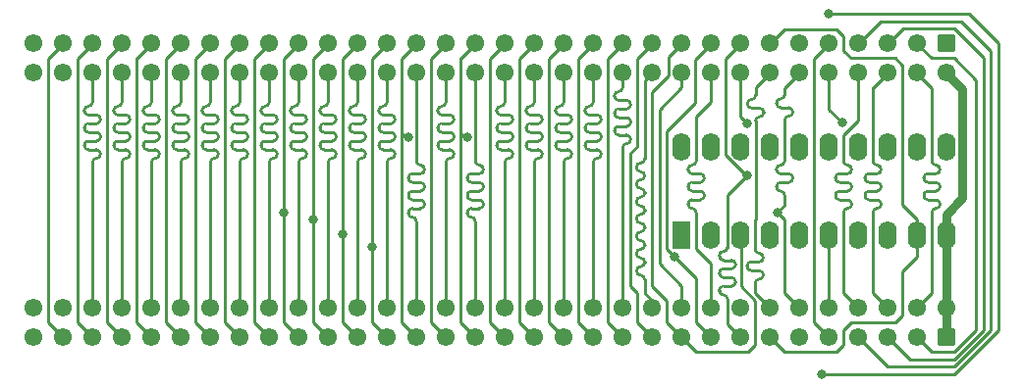
<source format=gbr>
%TF.GenerationSoftware,KiCad,Pcbnew,7.0.9+1*%
%TF.CreationDate,2023-12-26T23:15:28+01:00*%
%TF.ProjectId,qlexternal512kram_MIX,716c6578-7465-4726-9e61-6c3531326b72,0.1*%
%TF.SameCoordinates,Original*%
%TF.FileFunction,Copper,L2,Bot*%
%TF.FilePolarity,Positive*%
%FSLAX46Y46*%
G04 Gerber Fmt 4.6, Leading zero omitted, Abs format (unit mm)*
G04 Created by KiCad (PCBNEW 7.0.9+1) date 2023-12-26 23:15:28*
%MOMM*%
%LPD*%
G01*
G04 APERTURE LIST*
G04 Aperture macros list*
%AMRoundRect*
0 Rectangle with rounded corners*
0 $1 Rounding radius*
0 $2 $3 $4 $5 $6 $7 $8 $9 X,Y pos of 4 corners*
0 Add a 4 corners polygon primitive as box body*
4,1,4,$2,$3,$4,$5,$6,$7,$8,$9,$2,$3,0*
0 Add four circle primitives for the rounded corners*
1,1,$1+$1,$2,$3*
1,1,$1+$1,$4,$5*
1,1,$1+$1,$6,$7*
1,1,$1+$1,$8,$9*
0 Add four rect primitives between the rounded corners*
20,1,$1+$1,$2,$3,$4,$5,0*
20,1,$1+$1,$4,$5,$6,$7,0*
20,1,$1+$1,$6,$7,$8,$9,0*
20,1,$1+$1,$8,$9,$2,$3,0*%
G04 Aperture macros list end*
%TA.AperFunction,ComponentPad*%
%ADD10RoundRect,0.249999X-0.525001X-0.525001X0.525001X-0.525001X0.525001X0.525001X-0.525001X0.525001X0*%
%TD*%
%TA.AperFunction,ComponentPad*%
%ADD11C,1.550000*%
%TD*%
%TA.AperFunction,ComponentPad*%
%ADD12RoundRect,0.249999X0.525001X0.525001X-0.525001X0.525001X-0.525001X-0.525001X0.525001X-0.525001X0*%
%TD*%
%TA.AperFunction,ComponentPad*%
%ADD13R,1.600000X2.400000*%
%TD*%
%TA.AperFunction,ComponentPad*%
%ADD14O,1.600000X2.400000*%
%TD*%
%TA.AperFunction,ViaPad*%
%ADD15C,0.800000*%
%TD*%
%TA.AperFunction,Conductor*%
%ADD16C,0.750000*%
%TD*%
%TA.AperFunction,Conductor*%
%ADD17C,0.250000*%
%TD*%
G04 APERTURE END LIST*
D10*
%TO.P,J2,a1,GND*%
%TO.N,GND*%
X181060000Y-83185000D03*
D11*
%TO.P,J2,a2,D3*%
%TO.N,/D3*%
X178520000Y-83185000D03*
%TO.P,J2,a3,D4*%
%TO.N,/D4*%
X175980000Y-83185000D03*
%TO.P,J2,a4,D5*%
%TO.N,/D5*%
X173440000Y-83185000D03*
%TO.P,J2,a5,D6*%
%TO.N,/D6*%
X170900000Y-83185000D03*
%TO.P,J2,a6,D7*%
%TO.N,/D7*%
X168360000Y-83185000D03*
%TO.P,J2,a7,A19*%
%TO.N,/A19*%
X165820000Y-83185000D03*
%TO.P,J2,a8,A18*%
%TO.N,/A18*%
X163280000Y-83185000D03*
%TO.P,J2,a9,A17*%
%TO.N,/A17*%
X160740000Y-83185000D03*
%TO.P,J2,a10,A16*%
%TO.N,/A16*%
X158200000Y-83185000D03*
%TO.P,J2,a11,CLKCPU*%
%TO.N,/CLKCPU*%
X155660000Y-83185000D03*
%TO.P,J2,a12,RED*%
%TO.N,/RED*%
X153120000Y-83185000D03*
%TO.P,J2,a13,A14*%
%TO.N,/A14*%
X150580000Y-83185000D03*
%TO.P,J2,a14,A13*%
%TO.N,/A13*%
X148040000Y-83185000D03*
%TO.P,J2,a15,A12*%
%TO.N,/A12*%
X145500000Y-83185000D03*
%TO.P,J2,a16,A11*%
%TO.N,/A11*%
X142960000Y-83185000D03*
%TO.P,J2,a17,A10*%
%TO.N,/A10*%
X140420000Y-83185000D03*
%TO.P,J2,a18,A9*%
%TO.N,/A9*%
X137880000Y-83185000D03*
%TO.P,J2,a19,A8*%
%TO.N,/A8*%
X135340000Y-83185000D03*
%TO.P,J2,a20,A7*%
%TO.N,/A7*%
X132800000Y-83185000D03*
%TO.P,J2,a21,A6*%
%TO.N,/A6*%
X130260000Y-83185000D03*
%TO.P,J2,a22,A5*%
%TO.N,/A5*%
X127720000Y-83185000D03*
%TO.P,J2,a23,A4*%
%TO.N,/A4*%
X125180000Y-83185000D03*
%TO.P,J2,a24,A3*%
%TO.N,/A3*%
X122640000Y-83185000D03*
%TO.P,J2,a25,~{DBG}*%
%TO.N,/DBG*%
X120100000Y-83185000D03*
%TO.P,J2,a26,SP2*%
%TO.N,/SP2*%
X117560000Y-83185000D03*
%TO.P,J2,a27,~{DSMC}*%
%TO.N,/DSMC*%
X115020000Y-83185000D03*
%TO.P,J2,a28,SP1*%
%TO.N,/SP1*%
X112480000Y-83185000D03*
%TO.P,J2,a29,SP0*%
%TO.N,/SP0*%
X109940000Y-83185000D03*
%TO.P,J2,a30,+12V*%
%TO.N,/ma12v*%
X107400000Y-83185000D03*
%TO.P,J2,a31,-12V*%
%TO.N,/me12v*%
X104860000Y-83185000D03*
%TO.P,J2,a32,Vin*%
%TO.N,+9V*%
X102320000Y-83185000D03*
%TO.P,J2,b1,GND*%
%TO.N,GND*%
X181060000Y-80645000D03*
%TO.P,J2,b2,D2*%
%TO.N,/D2*%
X178520000Y-80645000D03*
%TO.P,J2,b3,D1*%
%TO.N,/D1*%
X175980000Y-80645000D03*
%TO.P,J2,b4,D0*%
%TO.N,/D0*%
X173440000Y-80645000D03*
%TO.P,J2,b5,~{AS}*%
%TO.N,/AS*%
X170900000Y-80645000D03*
%TO.P,J2,b6,~{DS}*%
%TO.N,/DS*%
X168360000Y-80645000D03*
%TO.P,J2,b7,~{DRW}*%
%TO.N,/RW*%
X165820000Y-80645000D03*
%TO.P,J2,b8,~{DTACK}*%
%TO.N,/DTACK*%
X163280000Y-80645000D03*
%TO.P,J2,b9,~{BG}*%
%TO.N,/BG*%
X160740000Y-80645000D03*
%TO.P,J2,b10,~{BR}*%
%TO.N,/BR*%
X158200000Y-80645000D03*
%TO.P,J2,b11,A15*%
%TO.N,/A15*%
X155660000Y-80645000D03*
%TO.P,J2,b12,~{RESETCPU}*%
%TO.N,/RESET*%
X153120000Y-80645000D03*
%TO.P,J2,b13,~{CSYNC}*%
%TO.N,/CSYNC*%
X150580000Y-80645000D03*
%TO.P,J2,b14,E*%
%TO.N,/E*%
X148040000Y-80645000D03*
%TO.P,J2,b15,VSYNCH*%
%TO.N,/VSYNC*%
X145500000Y-80645000D03*
%TO.P,J2,b16,~{VPA}*%
%TO.N,/VPA*%
X142960000Y-80645000D03*
%TO.P,J2,b17,GREEN*%
%TO.N,/GREEN*%
X140420000Y-80645000D03*
%TO.P,J2,b18,BLUE*%
%TO.N,/BLUE*%
X137880000Y-80645000D03*
%TO.P,J2,b19,FC2*%
%TO.N,/FC2*%
X135340000Y-80645000D03*
%TO.P,J2,b20,FC1*%
%TO.N,/FC1*%
X132800000Y-80645000D03*
%TO.P,J2,b21,FC0*%
%TO.N,/FC0*%
X130260000Y-80645000D03*
%TO.P,J2,b22,A0*%
%TO.N,/A0*%
X127720000Y-80645000D03*
%TO.P,J2,b23,ROMOEH*%
%TO.N,/ROMOE*%
X125180000Y-80645000D03*
%TO.P,J2,b24,A1*%
%TO.N,/A1*%
X122640000Y-80645000D03*
%TO.P,J2,b25,A2*%
%TO.N,/A2*%
X120100000Y-80645000D03*
%TO.P,J2,b26,SP3*%
%TO.N,/SP3*%
X117560000Y-80645000D03*
%TO.P,J2,b27,~{IPLO}*%
%TO.N,/IPL0*%
X115020000Y-80645000D03*
%TO.P,J2,b28,~{BERR}*%
%TO.N,/BERR*%
X112480000Y-80645000D03*
%TO.P,J2,b29,~{IPL1}*%
%TO.N,/IPL1*%
X109940000Y-80645000D03*
%TO.P,J2,b30,~{EXTINT}*%
%TO.N,/EXTINT*%
X107400000Y-80645000D03*
%TO.P,J2,b31,Vin*%
%TO.N,+9V*%
X104860000Y-80645000D03*
%TO.P,J2,b32,Vin*%
X102320000Y-80645000D03*
%TD*%
D12*
%TO.P,J1,a1,GND*%
%TO.N,GND*%
X181070000Y-57785000D03*
D11*
%TO.P,J1,a2,D3*%
%TO.N,/D3*%
X178530000Y-57785000D03*
%TO.P,J1,a3,D4*%
%TO.N,/D4*%
X175990000Y-57785000D03*
%TO.P,J1,a4,D5*%
%TO.N,/D5*%
X173450000Y-57785000D03*
%TO.P,J1,a5,D6*%
%TO.N,/D6*%
X170910000Y-57785000D03*
%TO.P,J1,a6,D7*%
%TO.N,/D7*%
X168370000Y-57785000D03*
%TO.P,J1,a7,A19*%
%TO.N,/A19*%
X165830000Y-57785000D03*
%TO.P,J1,a8,A18*%
%TO.N,/A18*%
X163290000Y-57785000D03*
%TO.P,J1,a9,A17*%
%TO.N,/A17*%
X160750000Y-57785000D03*
%TO.P,J1,a10,A16*%
%TO.N,/A16*%
X158210000Y-57785000D03*
%TO.P,J1,a11,CLKCPU*%
%TO.N,/CLKCPU*%
X155670000Y-57785000D03*
%TO.P,J1,a12,RED*%
%TO.N,/RED*%
X153130000Y-57785000D03*
%TO.P,J1,a13,A14*%
%TO.N,/A14*%
X150590000Y-57785000D03*
%TO.P,J1,a14,A13*%
%TO.N,/A13*%
X148050000Y-57785000D03*
%TO.P,J1,a15,A12*%
%TO.N,/A12*%
X145510000Y-57785000D03*
%TO.P,J1,a16,A11*%
%TO.N,/A11*%
X142970000Y-57785000D03*
%TO.P,J1,a17,A10*%
%TO.N,/A10*%
X140430000Y-57785000D03*
%TO.P,J1,a18,A9*%
%TO.N,/A9*%
X137890000Y-57785000D03*
%TO.P,J1,a19,A8*%
%TO.N,/A8*%
X135350000Y-57785000D03*
%TO.P,J1,a20,A7*%
%TO.N,/A7*%
X132810000Y-57785000D03*
%TO.P,J1,a21,A6*%
%TO.N,/A6*%
X130270000Y-57785000D03*
%TO.P,J1,a22,A5*%
%TO.N,/A5*%
X127730000Y-57785000D03*
%TO.P,J1,a23,A4*%
%TO.N,/A4*%
X125190000Y-57785000D03*
%TO.P,J1,a24,A3*%
%TO.N,/A3*%
X122650000Y-57785000D03*
%TO.P,J1,a25,~{DBG}*%
%TO.N,/DBG*%
X120110000Y-57785000D03*
%TO.P,J1,a26,SP2*%
%TO.N,/SP2*%
X117570000Y-57785000D03*
%TO.P,J1,a27,~{DSMC}*%
%TO.N,/DSMC*%
X115030000Y-57785000D03*
%TO.P,J1,a28,SP1*%
%TO.N,/SP1*%
X112490000Y-57785000D03*
%TO.P,J1,a29,SP0*%
%TO.N,/SP0*%
X109950000Y-57785000D03*
%TO.P,J1,a30,+12V*%
%TO.N,/ma12v*%
X107410000Y-57785000D03*
%TO.P,J1,a31,-12V*%
%TO.N,/me12v*%
X104870000Y-57785000D03*
%TO.P,J1,a32,Vin*%
%TO.N,+9V*%
X102330000Y-57785000D03*
%TO.P,J1,b1,GND*%
%TO.N,GND*%
X181070000Y-60325000D03*
%TO.P,J1,b2,D2*%
%TO.N,/D2*%
X178530000Y-60325000D03*
%TO.P,J1,b3,D1*%
%TO.N,/D1*%
X175990000Y-60325000D03*
%TO.P,J1,b4,D0*%
%TO.N,/D0*%
X173450000Y-60325000D03*
%TO.P,J1,b5,~{AS}*%
%TO.N,/AS*%
X170910000Y-60325000D03*
%TO.P,J1,b6,~{DS}*%
%TO.N,/DS*%
X168370000Y-60325000D03*
%TO.P,J1,b7,~{DRW}*%
%TO.N,/RW*%
X165830000Y-60325000D03*
%TO.P,J1,b8,~{DTACK}*%
%TO.N,/DTACK*%
X163290000Y-60325000D03*
%TO.P,J1,b9,~{BG}*%
%TO.N,/BG*%
X160750000Y-60325000D03*
%TO.P,J1,b10,~{BR}*%
%TO.N,/BR*%
X158210000Y-60325000D03*
%TO.P,J1,b11,A15*%
%TO.N,/A15*%
X155670000Y-60325000D03*
%TO.P,J1,b12,~{RESETCPU}*%
%TO.N,/RESET*%
X153130000Y-60325000D03*
%TO.P,J1,b13,~{CSYNC}*%
%TO.N,/CSYNC*%
X150590000Y-60325000D03*
%TO.P,J1,b14,E*%
%TO.N,/E*%
X148050000Y-60325000D03*
%TO.P,J1,b15,VSYNCH*%
%TO.N,/VSYNC*%
X145510000Y-60325000D03*
%TO.P,J1,b16,~{VPA}*%
%TO.N,/VPA*%
X142970000Y-60325000D03*
%TO.P,J1,b17,GREEN*%
%TO.N,/GREEN*%
X140430000Y-60325000D03*
%TO.P,J1,b18,BLUE*%
%TO.N,/BLUE*%
X137890000Y-60325000D03*
%TO.P,J1,b19,FC2*%
%TO.N,/FC2*%
X135350000Y-60325000D03*
%TO.P,J1,b20,FC1*%
%TO.N,/FC1*%
X132810000Y-60325000D03*
%TO.P,J1,b21,FC0*%
%TO.N,/FC0*%
X130270000Y-60325000D03*
%TO.P,J1,b22,A0*%
%TO.N,/A0*%
X127730000Y-60325000D03*
%TO.P,J1,b23,ROMOEH*%
%TO.N,/ROMOE*%
X125190000Y-60325000D03*
%TO.P,J1,b24,A1*%
%TO.N,/A1*%
X122650000Y-60325000D03*
%TO.P,J1,b25,A2*%
%TO.N,/A2*%
X120110000Y-60325000D03*
%TO.P,J1,b26,SP3*%
%TO.N,/SP3*%
X117570000Y-60325000D03*
%TO.P,J1,b27,~{IPLO}*%
%TO.N,/IPL0*%
X115030000Y-60325000D03*
%TO.P,J1,b28,~{BERR}*%
%TO.N,/BERR*%
X112490000Y-60325000D03*
%TO.P,J1,b29,~{IPL1}*%
%TO.N,/IPL1*%
X109950000Y-60325000D03*
%TO.P,J1,b30,~{EXTINT}*%
%TO.N,/EXTINT*%
X107410000Y-60325000D03*
%TO.P,J1,b31,Vin*%
%TO.N,+9V*%
X104870000Y-60325000D03*
%TO.P,J1,b32,Vin*%
X102330000Y-60325000D03*
%TD*%
D13*
%TO.P,U2,1,I1/CLK*%
%TO.N,/DS*%
X158215000Y-74310000D03*
D14*
%TO.P,U2,2,I2*%
%TO.N,/A17*%
X160755000Y-74310000D03*
%TO.P,U2,3,I3*%
%TO.N,/A16*%
X163295000Y-74310000D03*
%TO.P,U2,4,I4*%
%TO.N,unconnected-(U2-I4-Pad4)*%
X165835000Y-74310000D03*
%TO.P,U2,5,I5*%
%TO.N,unconnected-(U2-I5-Pad5)*%
X168375000Y-74310000D03*
%TO.P,U2,6,I6*%
%TO.N,/AS*%
X170915000Y-74310000D03*
%TO.P,U2,7,I7*%
%TO.N,Net-(JP1-B)*%
X173455000Y-74310000D03*
%TO.P,U2,8,I8*%
%TO.N,Net-(JP2-B)*%
X175995000Y-74310000D03*
%TO.P,U2,9,I9*%
%TO.N,/A19*%
X178535000Y-74310000D03*
%TO.P,U2,10,GND*%
%TO.N,GND*%
X181075000Y-74310000D03*
%TO.P,U2,11,I10/~{OE}*%
%TO.N,/A18*%
X181075000Y-66690000D03*
%TO.P,U2,12,IO8*%
%TO.N,unconnected-(U2-IO8-Pad12)*%
X178535000Y-66690000D03*
%TO.P,U2,13,IO7*%
%TO.N,unconnected-(U2-IO7-Pad13)*%
X175995000Y-66690000D03*
%TO.P,U2,14,IO6*%
%TO.N,/DTACK*%
X173455000Y-66690000D03*
%TO.P,U2,15,IO5*%
%TO.N,unconnected-(U2-IO5-Pad15)*%
X170915000Y-66690000D03*
%TO.P,U2,16,IO4*%
%TO.N,/DSMC*%
X168375000Y-66690000D03*
%TO.P,U2,17,I03*%
%TO.N,unconnected-(U2-I03-Pad17)*%
X165835000Y-66690000D03*
%TO.P,U2,18,IO2*%
%TO.N,/RAM_OE*%
X163295000Y-66690000D03*
%TO.P,U2,19,IO1*%
%TO.N,/RAM_CE*%
X160755000Y-66690000D03*
%TO.P,U2,20,VCC*%
%TO.N,VCC*%
X158215000Y-66690000D03*
%TD*%
D15*
%TO.N,/A4*%
X123920000Y-72390000D03*
%TO.N,/A5*%
X126460000Y-73025000D03*
%TO.N,/A6*%
X129000000Y-74295000D03*
%TO.N,/A7*%
X131540000Y-75390400D03*
%TO.N,/A8*%
X134625500Y-65913000D03*
%TO.N,/A10*%
X139705500Y-65913000D03*
%TO.N,/D7*%
X170275000Y-86360000D03*
X170910000Y-55245000D03*
%TO.N,/A17*%
X157575000Y-76200000D03*
%TO.N,/A18*%
X163876200Y-69187500D03*
%TO.N,/DS*%
X166465000Y-72390000D03*
%TO.N,/AS*%
X172053400Y-64643000D03*
%TO.N,/DTACK*%
X163863300Y-64664400D03*
%TD*%
D16*
%TO.N,GND*%
X181075000Y-80640000D02*
X181070000Y-80645000D01*
X181075000Y-74310000D02*
X181075000Y-72534700D01*
X181070000Y-80645000D02*
X181070000Y-83185000D01*
X182450500Y-61740500D02*
X181070000Y-60360000D01*
X181075000Y-74310000D02*
X181075000Y-80640000D01*
X182450500Y-71159200D02*
X182450500Y-61740500D01*
X181075000Y-72534700D02*
X182450500Y-71159200D01*
D17*
%TO.N,/A3*%
X121380000Y-81915000D02*
X122650000Y-83185000D01*
X121380000Y-59090000D02*
X121380000Y-81915000D01*
X122650000Y-57820000D02*
X121380000Y-59090000D01*
%TO.N,/A4*%
X123920000Y-72390000D02*
X123920000Y-59090000D01*
X123920000Y-72390000D02*
X123920000Y-81915000D01*
X123920000Y-81915000D02*
X125190000Y-83185000D01*
X123920000Y-59090000D02*
X125190000Y-57820000D01*
%TO.N,/A5*%
X126460000Y-59090000D02*
X127730000Y-57820000D01*
X126460000Y-81915000D02*
X127730000Y-83185000D01*
X126460000Y-81915000D02*
X126460000Y-59090000D01*
%TO.N,/A6*%
X129000000Y-81915000D02*
X130270000Y-83185000D01*
X129000000Y-59090000D02*
X130270000Y-57820000D01*
X129000000Y-74295000D02*
X129000000Y-59090000D01*
X129000000Y-74295000D02*
X129000000Y-81915000D01*
%TO.N,/A7*%
X131540000Y-75390400D02*
X131540000Y-81915000D01*
X131540000Y-81915000D02*
X132810000Y-83185000D01*
X131540000Y-75390400D02*
X131540000Y-59090000D01*
X131540000Y-59090000D02*
X132810000Y-57820000D01*
%TO.N,/A8*%
X135350000Y-83185000D02*
X134080000Y-81915000D01*
X134080000Y-81915000D02*
X134080000Y-65579000D01*
X134080000Y-59090000D02*
X134080000Y-65579000D01*
X135350000Y-57820000D02*
X134080000Y-59090000D01*
X134625500Y-65913000D02*
X134414000Y-65913000D01*
X134414000Y-65913000D02*
X134080000Y-65579000D01*
%TO.N,/A9*%
X136620000Y-81915000D02*
X136620000Y-59090000D01*
X136620000Y-59090000D02*
X137890000Y-57820000D01*
X137890000Y-83185000D02*
X136620000Y-81915000D01*
%TO.N,/A10*%
X139160000Y-59055000D02*
X139160000Y-81915000D01*
X140430000Y-57820000D02*
X139195000Y-59055000D01*
X139195000Y-59055000D02*
X139160000Y-59055000D01*
X139705500Y-65913000D02*
X139541000Y-65913000D01*
X139541000Y-65913000D02*
X139160000Y-65532000D01*
X139160000Y-81915000D02*
X140430000Y-83185000D01*
%TO.N,/A11*%
X141700000Y-59090000D02*
X142970000Y-57820000D01*
X142970000Y-83185000D02*
X141700000Y-81915000D01*
X141700000Y-81915000D02*
X141700000Y-59090000D01*
%TO.N,/A12*%
X144240000Y-59090000D02*
X145510000Y-57820000D01*
X144240000Y-81915000D02*
X144240000Y-59090000D01*
X145510000Y-83185000D02*
X144240000Y-81915000D01*
%TO.N,/D7*%
X185515000Y-82550000D02*
X181705000Y-86360000D01*
X185515000Y-57785000D02*
X185515000Y-82550000D01*
X170910000Y-55245000D02*
X182975000Y-55245000D01*
X181705000Y-86360000D02*
X170275000Y-86360000D01*
X182975000Y-55245000D02*
X185515000Y-57785000D01*
%TO.N,/D6*%
X169640000Y-59090000D02*
X169640000Y-81915000D01*
X169640000Y-81915000D02*
X170910000Y-83185000D01*
X170910000Y-57820000D02*
X169640000Y-59090000D01*
%TO.N,/D5*%
X175990000Y-85725000D02*
X173450000Y-83185000D01*
X181704282Y-85725000D02*
X175990000Y-85725000D01*
X184880000Y-82549282D02*
X181704282Y-85725000D01*
X175390000Y-55880000D02*
X182340000Y-55880000D01*
X184880000Y-58420000D02*
X182340000Y-55880000D01*
X184880000Y-58420000D02*
X184880000Y-82549282D01*
X173450000Y-57820000D02*
X175390000Y-55880000D01*
%TO.N,/D4*%
X181705000Y-56515000D02*
X177295000Y-56515000D01*
X184245000Y-82548564D02*
X184245000Y-59055000D01*
X175990000Y-83185000D02*
X177895000Y-85090000D01*
X184245000Y-59055000D02*
X181705000Y-56515000D01*
X181703564Y-85090000D02*
X184245000Y-82548564D01*
X177895000Y-85090000D02*
X181703564Y-85090000D01*
X177295000Y-56515000D02*
X175990000Y-57820000D01*
%TO.N,/D3*%
X179800000Y-84455000D02*
X181702846Y-84455000D01*
X179765000Y-59055000D02*
X178530000Y-57820000D01*
X183610000Y-82547846D02*
X183610000Y-60960000D01*
X181702846Y-84455000D02*
X183610000Y-82547846D01*
X181705000Y-59055000D02*
X179765000Y-59055000D01*
X183610000Y-60960000D02*
X181705000Y-59055000D01*
X178530000Y-83185000D02*
X179800000Y-84455000D01*
%TO.N,/A2*%
X120810000Y-64315000D02*
X120810000Y-64365000D01*
X119760000Y-63965000D02*
X120460000Y-63965000D01*
X119760000Y-65465000D02*
X120460000Y-65465000D01*
X120110000Y-60360000D02*
X120110000Y-62865000D01*
X119410000Y-66565000D02*
X119410000Y-66615000D01*
X119760000Y-66965000D02*
X120460000Y-66965000D01*
X120810000Y-67315000D02*
X120810000Y-67365000D01*
X119760000Y-64715000D02*
X120460000Y-64715000D01*
X120110000Y-68065000D02*
X120110000Y-80645000D01*
X119410000Y-63565000D02*
X119410000Y-63615000D01*
X119410000Y-65065000D02*
X119410000Y-65115000D01*
X120810000Y-65815000D02*
X120810000Y-65865000D01*
X119760000Y-66215000D02*
X120460000Y-66215000D01*
X119760000Y-66215000D02*
G75*
G03*
X119410000Y-66565000I0J-350000D01*
G01*
X119760000Y-64715000D02*
G75*
G03*
X119410000Y-65065000I0J-350000D01*
G01*
X120810000Y-65815000D02*
G75*
G03*
X120460000Y-65465000I-350000J0D01*
G01*
X119410000Y-63615000D02*
G75*
G03*
X119760000Y-63965000I350000J0D01*
G01*
X119410000Y-65115000D02*
G75*
G03*
X119760000Y-65465000I350000J0D01*
G01*
X120460000Y-67715000D02*
G75*
G03*
X120110000Y-68065000I0J-350000D01*
G01*
X120810000Y-67315000D02*
G75*
G03*
X120460000Y-66965000I-350000J0D01*
G01*
X120460000Y-67715000D02*
G75*
G03*
X120810000Y-67365000I0J350000D01*
G01*
X120460000Y-66215000D02*
G75*
G03*
X120810000Y-65865000I0J350000D01*
G01*
X119760000Y-63215000D02*
G75*
G03*
X120110000Y-62865000I0J350000D01*
G01*
X119410000Y-66615000D02*
G75*
G03*
X119760000Y-66965000I350000J0D01*
G01*
X120460000Y-64715000D02*
G75*
G03*
X120810000Y-64365000I0J350000D01*
G01*
X120810000Y-64315000D02*
G75*
G03*
X120460000Y-63965000I-350000J0D01*
G01*
X119760000Y-63215000D02*
G75*
G03*
X119410000Y-63565000I0J-350000D01*
G01*
%TO.N,/A1*%
X123350000Y-64315000D02*
X123350000Y-64365000D01*
X123350000Y-67315000D02*
X123350000Y-67365000D01*
X122650000Y-68065000D02*
X122650000Y-80645000D01*
X123350000Y-65815000D02*
X123350000Y-65865000D01*
X122300000Y-63965000D02*
X123000000Y-63965000D01*
X121950000Y-66565000D02*
X121950000Y-66615000D01*
X122300000Y-65465000D02*
X123000000Y-65465000D01*
X122300000Y-66215000D02*
X123000000Y-66215000D01*
X122650000Y-60360000D02*
X122650000Y-62865000D01*
X122300000Y-64715000D02*
X123000000Y-64715000D01*
X122300000Y-66965000D02*
X123000000Y-66965000D01*
X121950000Y-65065000D02*
X121950000Y-65115000D01*
X121950000Y-63565000D02*
X121950000Y-63615000D01*
X122300000Y-63215000D02*
G75*
G03*
X122650000Y-62865000I0J350000D01*
G01*
X122300000Y-64715000D02*
G75*
G03*
X121950000Y-65065000I0J-350000D01*
G01*
X123000000Y-64715000D02*
G75*
G03*
X123350000Y-64365000I0J350000D01*
G01*
X121950000Y-65115000D02*
G75*
G03*
X122300000Y-65465000I350000J0D01*
G01*
X123000000Y-67715000D02*
G75*
G03*
X123350000Y-67365000I0J350000D01*
G01*
X123350000Y-64315000D02*
G75*
G03*
X123000000Y-63965000I-350000J0D01*
G01*
X121950000Y-66615000D02*
G75*
G03*
X122300000Y-66965000I350000J0D01*
G01*
X121950000Y-63615000D02*
G75*
G03*
X122300000Y-63965000I350000J0D01*
G01*
X123000000Y-66215000D02*
G75*
G03*
X123350000Y-65865000I0J350000D01*
G01*
X123350000Y-67315000D02*
G75*
G03*
X123000000Y-66965000I-350000J0D01*
G01*
X123000000Y-67715000D02*
G75*
G03*
X122650000Y-68065000I0J-350000D01*
G01*
X123350000Y-65815000D02*
G75*
G03*
X123000000Y-65465000I-350000J0D01*
G01*
X122300000Y-63215000D02*
G75*
G03*
X121950000Y-63565000I0J-350000D01*
G01*
X122300000Y-66215000D02*
G75*
G03*
X121950000Y-66565000I0J-350000D01*
G01*
%TO.N,/A0*%
X127380000Y-64715000D02*
X128080000Y-64715000D01*
X127030000Y-63565000D02*
X127030000Y-63615000D01*
X127730000Y-68065000D02*
X127730000Y-80645000D01*
X128430000Y-65815000D02*
X128430000Y-65865000D01*
X127380000Y-65465000D02*
X128080000Y-65465000D01*
X128430000Y-64315000D02*
X128430000Y-64365000D01*
X128430000Y-67315000D02*
X128430000Y-67365000D01*
X127730000Y-60360000D02*
X127730000Y-62865000D01*
X127380000Y-66215000D02*
X128080000Y-66215000D01*
X127380000Y-63965000D02*
X128080000Y-63965000D01*
X127030000Y-65065000D02*
X127030000Y-65115000D01*
X127380000Y-66965000D02*
X128080000Y-66965000D01*
X127030000Y-66565000D02*
X127030000Y-66615000D01*
X128080000Y-66215000D02*
G75*
G03*
X128430000Y-65865000I0J350000D01*
G01*
X128080000Y-67715000D02*
G75*
G03*
X127730000Y-68065000I0J-350000D01*
G01*
X128080000Y-67715000D02*
G75*
G03*
X128430000Y-67365000I0J350000D01*
G01*
X128430000Y-65815000D02*
G75*
G03*
X128080000Y-65465000I-350000J0D01*
G01*
X127380000Y-63215000D02*
G75*
G03*
X127030000Y-63565000I0J-350000D01*
G01*
X127030000Y-66615000D02*
G75*
G03*
X127380000Y-66965000I350000J0D01*
G01*
X128430000Y-64315000D02*
G75*
G03*
X128080000Y-63965000I-350000J0D01*
G01*
X127030000Y-65115000D02*
G75*
G03*
X127380000Y-65465000I350000J0D01*
G01*
X127380000Y-66215000D02*
G75*
G03*
X127030000Y-66565000I0J-350000D01*
G01*
X128080000Y-64715000D02*
G75*
G03*
X128430000Y-64365000I0J350000D01*
G01*
X128430000Y-67315000D02*
G75*
G03*
X128080000Y-66965000I-350000J0D01*
G01*
X127380000Y-63215000D02*
G75*
G03*
X127730000Y-62865000I0J350000D01*
G01*
X127030000Y-63615000D02*
G75*
G03*
X127380000Y-63965000I350000J0D01*
G01*
X127380000Y-64715000D02*
G75*
G03*
X127030000Y-65065000I0J-350000D01*
G01*
%TO.N,/RW*%
X165300711Y-63720711D02*
X165300711Y-63770711D01*
X164560000Y-79375000D02*
X165830000Y-80645000D01*
X164210000Y-77415000D02*
X164910000Y-77415000D01*
X164210000Y-76665000D02*
X164910000Y-76665000D01*
X164600711Y-72984289D02*
X164560000Y-73025000D01*
X164250711Y-63370711D02*
X164950711Y-63370711D01*
X164560000Y-78515000D02*
X164560000Y-79375000D01*
X164560000Y-73025000D02*
X164560000Y-75565000D01*
X165260000Y-77765000D02*
X165260000Y-77815000D01*
X164600711Y-61589289D02*
X164600711Y-62270711D01*
X165260000Y-76265000D02*
X165260000Y-76315000D01*
X164600711Y-64470711D02*
X164600711Y-72984289D01*
X163900711Y-62970711D02*
X163900711Y-63020711D01*
X165830000Y-60360000D02*
X164600711Y-61589289D01*
X163860000Y-77015000D02*
X163860000Y-77065000D01*
X164250711Y-62620711D02*
G75*
G03*
X163900711Y-62970711I-11J-349989D01*
G01*
X164910000Y-76665000D02*
G75*
G03*
X165260000Y-76315000I0J350000D01*
G01*
X164210000Y-76665000D02*
G75*
G03*
X163860000Y-77015000I0J-350000D01*
G01*
X165300689Y-63720711D02*
G75*
G03*
X164950711Y-63370711I-349989J11D01*
G01*
X164250711Y-62620711D02*
G75*
G03*
X164600711Y-62270711I-11J350011D01*
G01*
X165260000Y-77765000D02*
G75*
G03*
X164910000Y-77415000I-350000J0D01*
G01*
X164950711Y-64120711D02*
G75*
G03*
X165300711Y-63770711I-11J350011D01*
G01*
X163860000Y-77065000D02*
G75*
G03*
X164210000Y-77415000I350000J0D01*
G01*
X163900689Y-63020711D02*
G75*
G03*
X164250711Y-63370711I350011J11D01*
G01*
X164950711Y-64120711D02*
G75*
G03*
X164600711Y-64470711I-11J-349989D01*
G01*
X165260000Y-76265000D02*
G75*
G03*
X164910000Y-75915000I-350000J0D01*
G01*
X164910000Y-78165000D02*
G75*
G03*
X164560000Y-78515000I0J-350000D01*
G01*
X164910000Y-78165000D02*
G75*
G03*
X165260000Y-77815000I0J350000D01*
G01*
X164560000Y-75565000D02*
G75*
G03*
X164910000Y-75915000I350000J0D01*
G01*
%TO.N,/D0*%
X172880000Y-71645000D02*
X172880000Y-71695000D01*
X172880000Y-70145000D02*
X172880000Y-70195000D01*
X173450000Y-64462100D02*
X172180000Y-65732100D01*
X172180000Y-72395000D02*
X172180000Y-79375000D01*
X171480000Y-69395000D02*
X171480000Y-69445000D01*
X172880000Y-68645000D02*
X172880000Y-68695000D01*
X171830000Y-70545000D02*
X172530000Y-70545000D01*
X173450000Y-60360000D02*
X173450000Y-64462100D01*
X171830000Y-69045000D02*
X172530000Y-69045000D01*
X171480000Y-70895000D02*
X171480000Y-70945000D01*
X172180000Y-65732100D02*
X172180000Y-67945000D01*
X171830000Y-69795000D02*
X172530000Y-69795000D01*
X172180000Y-79375000D02*
X173450000Y-80645000D01*
X171830000Y-71295000D02*
X172530000Y-71295000D01*
X171480000Y-70945000D02*
G75*
G03*
X171830000Y-71295000I350000J0D01*
G01*
X172180000Y-67945000D02*
G75*
G03*
X172530000Y-68295000I350000J0D01*
G01*
X172880000Y-70145000D02*
G75*
G03*
X172530000Y-69795000I-350000J0D01*
G01*
X172530000Y-72045000D02*
G75*
G03*
X172180000Y-72395000I0J-350000D01*
G01*
X172880000Y-71645000D02*
G75*
G03*
X172530000Y-71295000I-350000J0D01*
G01*
X171830000Y-70545000D02*
G75*
G03*
X171480000Y-70895000I0J-350000D01*
G01*
X172880000Y-68645000D02*
G75*
G03*
X172530000Y-68295000I-350000J0D01*
G01*
X171480000Y-69445000D02*
G75*
G03*
X171830000Y-69795000I350000J0D01*
G01*
X171830000Y-69045000D02*
G75*
G03*
X171480000Y-69395000I0J-350000D01*
G01*
X172530000Y-69045000D02*
G75*
G03*
X172880000Y-68695000I0J350000D01*
G01*
X172530000Y-72045000D02*
G75*
G03*
X172880000Y-71695000I0J350000D01*
G01*
X172530000Y-70545000D02*
G75*
G03*
X172880000Y-70195000I0J350000D01*
G01*
%TO.N,/D1*%
X175420000Y-71645000D02*
X175420000Y-71695000D01*
X174020000Y-69395000D02*
X174020000Y-69445000D01*
X174720000Y-79375000D02*
X175990000Y-80645000D01*
X174370000Y-69045000D02*
X175070000Y-69045000D01*
X175420000Y-70145000D02*
X175420000Y-70195000D01*
X174020000Y-70895000D02*
X174020000Y-70945000D01*
X175420000Y-68645000D02*
X175420000Y-68695000D01*
X175990000Y-60360000D02*
X174755000Y-61595000D01*
X174370000Y-70545000D02*
X175070000Y-70545000D01*
X174370000Y-71295000D02*
X175070000Y-71295000D01*
X174755000Y-61595000D02*
X174720000Y-61595000D01*
X174720000Y-61595000D02*
X174720000Y-67945000D01*
X174370000Y-69795000D02*
X175070000Y-69795000D01*
X174720000Y-72395000D02*
X174720000Y-79375000D01*
X175070000Y-70545000D02*
G75*
G03*
X175420000Y-70195000I0J350000D01*
G01*
X175070000Y-72045000D02*
G75*
G03*
X175420000Y-71695000I0J350000D01*
G01*
X175420000Y-70145000D02*
G75*
G03*
X175070000Y-69795000I-350000J0D01*
G01*
X174020000Y-69445000D02*
G75*
G03*
X174370000Y-69795000I350000J0D01*
G01*
X175420000Y-68645000D02*
G75*
G03*
X175070000Y-68295000I-350000J0D01*
G01*
X174370000Y-69045000D02*
G75*
G03*
X174020000Y-69395000I0J-350000D01*
G01*
X175070000Y-69045000D02*
G75*
G03*
X175420000Y-68695000I0J350000D01*
G01*
X174720000Y-67945000D02*
G75*
G03*
X175070000Y-68295000I350000J0D01*
G01*
X175070000Y-72045000D02*
G75*
G03*
X174720000Y-72395000I0J-350000D01*
G01*
X174370000Y-70545000D02*
G75*
G03*
X174020000Y-70895000I0J-350000D01*
G01*
X174020000Y-70945000D02*
G75*
G03*
X174370000Y-71295000I350000J0D01*
G01*
X175420000Y-71645000D02*
G75*
G03*
X175070000Y-71295000I-350000J0D01*
G01*
%TO.N,/D2*%
X179450000Y-70545000D02*
X180150000Y-70545000D01*
X179100000Y-70895000D02*
X179100000Y-70945000D01*
X179450000Y-69045000D02*
X180150000Y-69045000D01*
X178530000Y-60360000D02*
X179800000Y-61630000D01*
X179450000Y-71295000D02*
X180150000Y-71295000D01*
X179800000Y-72395000D02*
X179800000Y-79375000D01*
X179100000Y-69395000D02*
X179100000Y-69445000D01*
X179800000Y-61630000D02*
X179800000Y-67945000D01*
X180500000Y-70145000D02*
X180500000Y-70195000D01*
X180500000Y-68645000D02*
X180500000Y-68695000D01*
X179800000Y-79375000D02*
X178530000Y-80645000D01*
X179450000Y-69795000D02*
X180150000Y-69795000D01*
X180500000Y-71645000D02*
X180500000Y-71695000D01*
X179450000Y-69045000D02*
G75*
G03*
X179100000Y-69395000I0J-350000D01*
G01*
X180150000Y-72045000D02*
G75*
G03*
X179800000Y-72395000I0J-350000D01*
G01*
X179100000Y-70945000D02*
G75*
G03*
X179450000Y-71295000I350000J0D01*
G01*
X180500000Y-68645000D02*
G75*
G03*
X180150000Y-68295000I-350000J0D01*
G01*
X179100000Y-69445000D02*
G75*
G03*
X179450000Y-69795000I350000J0D01*
G01*
X180150000Y-69045000D02*
G75*
G03*
X180500000Y-68695000I0J350000D01*
G01*
X180500000Y-70145000D02*
G75*
G03*
X180150000Y-69795000I-350000J0D01*
G01*
X179450000Y-70545000D02*
G75*
G03*
X179100000Y-70895000I0J-350000D01*
G01*
X180500000Y-71645000D02*
G75*
G03*
X180150000Y-71295000I-350000J0D01*
G01*
X180150000Y-70545000D02*
G75*
G03*
X180500000Y-70195000I0J350000D01*
G01*
X180150000Y-72045000D02*
G75*
G03*
X180500000Y-71695000I0J350000D01*
G01*
X179800000Y-67945000D02*
G75*
G03*
X180150000Y-68295000I350000J0D01*
G01*
%TO.N,/SP0*%
X109950000Y-57820000D02*
X108680000Y-59090000D01*
X108680000Y-59090000D02*
X108680000Y-81915000D01*
X108680000Y-81915000D02*
X109950000Y-83185000D01*
%TO.N,/SP1*%
X112490000Y-57820000D02*
X111255000Y-59055000D01*
X111220000Y-59055000D02*
X111220000Y-81915000D01*
X111220000Y-81915000D02*
X112490000Y-83185000D01*
X111255000Y-59055000D02*
X111220000Y-59055000D01*
%TO.N,/DSMC*%
X113760000Y-59090000D02*
X115030000Y-57820000D01*
X115030000Y-83185000D02*
X113760000Y-81915000D01*
X113760000Y-81915000D02*
X113760000Y-59090000D01*
%TO.N,/SP2*%
X116300000Y-59090000D02*
X116300000Y-81915000D01*
X117570000Y-57820000D02*
X116300000Y-59090000D01*
X116300000Y-81915000D02*
X117570000Y-83185000D01*
%TO.N,/A13*%
X146780000Y-59090000D02*
X146780000Y-81915000D01*
X148050000Y-57820000D02*
X146780000Y-59090000D01*
X146780000Y-81915000D02*
X148050000Y-83185000D01*
%TO.N,/A14*%
X149320000Y-59090000D02*
X150590000Y-57820000D01*
X150590000Y-83185000D02*
X149320000Y-81915000D01*
X149320000Y-81915000D02*
X149320000Y-59090000D01*
%TO.N,/A16*%
X155670000Y-78741900D02*
X155670000Y-61971600D01*
X155670000Y-61971600D02*
X157106400Y-60535200D01*
X156940000Y-80011900D02*
X155670000Y-78741900D01*
X163323648Y-78774366D02*
X164560000Y-80010718D01*
X163925000Y-84455000D02*
X159480000Y-84455000D01*
X156940000Y-81915000D02*
X156940000Y-80011900D01*
X164560000Y-83820000D02*
X163925000Y-84455000D01*
X163323648Y-74338648D02*
X163323648Y-78774366D01*
X159480000Y-84455000D02*
X158210000Y-83185000D01*
X157106400Y-58923600D02*
X158210000Y-57820000D01*
X157106400Y-60535200D02*
X157106400Y-58923600D01*
X158210000Y-83185000D02*
X156940000Y-81915000D01*
X163295000Y-74310000D02*
X163323648Y-74338648D01*
X164560000Y-80010718D02*
X164560000Y-83820000D01*
%TO.N,/A17*%
X159480000Y-78105000D02*
X156940000Y-75565000D01*
X160750000Y-83185000D02*
X159480000Y-81915000D01*
X159400800Y-59169200D02*
X160750000Y-57820000D01*
X156940000Y-75565000D02*
X156940000Y-65405000D01*
X159400800Y-62944200D02*
X159400800Y-59169200D01*
X159480000Y-81915000D02*
X159480000Y-78105000D01*
X156940000Y-65405000D02*
X159400800Y-62944200D01*
%TO.N,/A18*%
X163876200Y-69187500D02*
X163837700Y-69226000D01*
X162169600Y-75410400D02*
X162169600Y-70894100D01*
X161469600Y-79160400D02*
X161469600Y-79110400D01*
X163876200Y-69187500D02*
X163802189Y-69187500D01*
X162869600Y-78410400D02*
X162869600Y-78360400D01*
X162869600Y-76910400D02*
X162869600Y-76860400D01*
X162169600Y-70894100D02*
X163837700Y-69226000D01*
X162158400Y-67546800D02*
X163837700Y-69226000D01*
X161819600Y-78010400D02*
X162519600Y-78010400D01*
X161819600Y-78760400D02*
X162519600Y-78760400D01*
X162020000Y-59090000D02*
X163290000Y-57820000D01*
X163802189Y-69187500D02*
X162020000Y-67405311D01*
X161469600Y-77660400D02*
X161469600Y-77610400D01*
X161469600Y-76160400D02*
X161469600Y-76110400D01*
X163290000Y-83185000D02*
X162169600Y-82064600D01*
X161819600Y-76510400D02*
X162519600Y-76510400D01*
X162169600Y-82064600D02*
X162169600Y-79860400D01*
X161819600Y-77260400D02*
X162519600Y-77260400D01*
X162020000Y-67405311D02*
X162020000Y-59090000D01*
X161819600Y-77260400D02*
G75*
G03*
X161469600Y-77610400I0J-350000D01*
G01*
X162519600Y-78760400D02*
G75*
G03*
X162869600Y-78410400I0J350000D01*
G01*
X161819600Y-75760400D02*
G75*
G03*
X161469600Y-76110400I0J-350000D01*
G01*
X161469600Y-77660400D02*
G75*
G03*
X161819600Y-78010400I350000J0D01*
G01*
X162869600Y-76860400D02*
G75*
G03*
X162519600Y-76510400I-350000J0D01*
G01*
X162169600Y-79860400D02*
G75*
G03*
X161819600Y-79510400I-350000J0D01*
G01*
X161819600Y-78760400D02*
G75*
G03*
X161469600Y-79110400I0J-350000D01*
G01*
X161469600Y-76160400D02*
G75*
G03*
X161819600Y-76510400I350000J0D01*
G01*
X161469600Y-79160400D02*
G75*
G03*
X161819600Y-79510400I350000J0D01*
G01*
X161819600Y-75760400D02*
G75*
G03*
X162169600Y-75410400I0J350000D01*
G01*
X162869600Y-78360400D02*
G75*
G03*
X162519600Y-78010400I-350000J0D01*
G01*
X162519600Y-77260400D02*
G75*
G03*
X162869600Y-76910400I0J350000D01*
G01*
%TO.N,/A19*%
X171545000Y-84455000D02*
X172180000Y-83820000D01*
X172815000Y-59055000D02*
X176625000Y-59055000D01*
X171580000Y-56550000D02*
X172180000Y-57150000D01*
X178535000Y-73030000D02*
X178535000Y-74310000D01*
X172180000Y-82550000D02*
X172815000Y-81915000D01*
X176625000Y-81915000D02*
X177260000Y-81280000D01*
X177260000Y-81280000D02*
X177260000Y-77470000D01*
X165830000Y-57820000D02*
X167100000Y-56550000D01*
X178535000Y-76195000D02*
X178535000Y-74310000D01*
X176625000Y-59055000D02*
X177260000Y-59690000D01*
X177260000Y-59690000D02*
X177260000Y-71755000D01*
X165830000Y-83185000D02*
X167100000Y-84455000D01*
X172180000Y-58420000D02*
X172815000Y-59055000D01*
X172180000Y-57150000D02*
X172180000Y-58420000D01*
X172815000Y-81915000D02*
X176625000Y-81915000D01*
X177260000Y-71755000D02*
X178535000Y-73030000D01*
X167100000Y-84455000D02*
X171545000Y-84455000D01*
X177260000Y-77470000D02*
X178535000Y-76195000D01*
X172180000Y-83820000D02*
X172180000Y-82550000D01*
X167100000Y-56550000D02*
X171580000Y-56550000D01*
%TO.N,/SP3*%
X117220000Y-64715000D02*
X117920000Y-64715000D01*
X117220000Y-63965000D02*
X117920000Y-63965000D01*
X118270000Y-64315000D02*
X118270000Y-64365000D01*
X117220000Y-66965000D02*
X117920000Y-66965000D01*
X116870000Y-66565000D02*
X116870000Y-66615000D01*
X117220000Y-65465000D02*
X117920000Y-65465000D01*
X117570000Y-60360000D02*
X117570000Y-62865000D01*
X118270000Y-65815000D02*
X118270000Y-65865000D01*
X116870000Y-63565000D02*
X116870000Y-63615000D01*
X117570000Y-68065000D02*
X117570000Y-80645000D01*
X117220000Y-66215000D02*
X117920000Y-66215000D01*
X116870000Y-65065000D02*
X116870000Y-65115000D01*
X118270000Y-67315000D02*
X118270000Y-67365000D01*
X116870000Y-63615000D02*
G75*
G03*
X117220000Y-63965000I350000J0D01*
G01*
X116870000Y-65115000D02*
G75*
G03*
X117220000Y-65465000I350000J0D01*
G01*
X117220000Y-63215000D02*
G75*
G03*
X117570000Y-62865000I0J350000D01*
G01*
X118270000Y-64315000D02*
G75*
G03*
X117920000Y-63965000I-350000J0D01*
G01*
X117220000Y-64715000D02*
G75*
G03*
X116870000Y-65065000I0J-350000D01*
G01*
X117920000Y-67715000D02*
G75*
G03*
X118270000Y-67365000I0J350000D01*
G01*
X117920000Y-64715000D02*
G75*
G03*
X118270000Y-64365000I0J350000D01*
G01*
X117920000Y-67715000D02*
G75*
G03*
X117570000Y-68065000I0J-350000D01*
G01*
X117220000Y-66215000D02*
G75*
G03*
X116870000Y-66565000I0J-350000D01*
G01*
X117920000Y-66215000D02*
G75*
G03*
X118270000Y-65865000I0J350000D01*
G01*
X118270000Y-67315000D02*
G75*
G03*
X117920000Y-66965000I-350000J0D01*
G01*
X118270000Y-65815000D02*
G75*
G03*
X117920000Y-65465000I-350000J0D01*
G01*
X116870000Y-66615000D02*
G75*
G03*
X117220000Y-66965000I350000J0D01*
G01*
X117220000Y-63215000D02*
G75*
G03*
X116870000Y-63565000I0J-350000D01*
G01*
%TO.N,/VPA*%
X142620000Y-66215000D02*
X143320000Y-66215000D01*
X142270000Y-66565000D02*
X142270000Y-66615000D01*
X142970000Y-68065000D02*
X142970000Y-80645000D01*
X143670000Y-64315000D02*
X143670000Y-64365000D01*
X142620000Y-65465000D02*
X143320000Y-65465000D01*
X143670000Y-67315000D02*
X143670000Y-67365000D01*
X142620000Y-66965000D02*
X143320000Y-66965000D01*
X142620000Y-63965000D02*
X143320000Y-63965000D01*
X142270000Y-63565000D02*
X142270000Y-63615000D01*
X142270000Y-65065000D02*
X142270000Y-65115000D01*
X142970000Y-60360000D02*
X142970000Y-62865000D01*
X142620000Y-64715000D02*
X143320000Y-64715000D01*
X143670000Y-65815000D02*
X143670000Y-65865000D01*
X142620000Y-66215000D02*
G75*
G03*
X142270000Y-66565000I0J-350000D01*
G01*
X142270000Y-63615000D02*
G75*
G03*
X142620000Y-63965000I350000J0D01*
G01*
X142620000Y-64715000D02*
G75*
G03*
X142270000Y-65065000I0J-350000D01*
G01*
X142270000Y-66615000D02*
G75*
G03*
X142620000Y-66965000I350000J0D01*
G01*
X143320000Y-64715000D02*
G75*
G03*
X143670000Y-64365000I0J350000D01*
G01*
X142620000Y-63215000D02*
G75*
G03*
X142270000Y-63565000I0J-350000D01*
G01*
X142270000Y-65115000D02*
G75*
G03*
X142620000Y-65465000I350000J0D01*
G01*
X143320000Y-67715000D02*
G75*
G03*
X143670000Y-67365000I0J350000D01*
G01*
X143320000Y-67715000D02*
G75*
G03*
X142970000Y-68065000I0J-350000D01*
G01*
X143670000Y-67315000D02*
G75*
G03*
X143320000Y-66965000I-350000J0D01*
G01*
X143670000Y-64315000D02*
G75*
G03*
X143320000Y-63965000I-350000J0D01*
G01*
X143320000Y-66215000D02*
G75*
G03*
X143670000Y-65865000I0J350000D01*
G01*
X142620000Y-63215000D02*
G75*
G03*
X142970000Y-62865000I0J350000D01*
G01*
X143670000Y-65815000D02*
G75*
G03*
X143320000Y-65465000I-350000J0D01*
G01*
%TO.N,/E*%
X147700000Y-63965000D02*
X148400000Y-63965000D01*
X148750000Y-65815000D02*
X148750000Y-65865000D01*
X147350000Y-65065000D02*
X147350000Y-65115000D01*
X148050000Y-60360000D02*
X148050000Y-62865000D01*
X148050000Y-68065000D02*
X148050000Y-80645000D01*
X147700000Y-65465000D02*
X148400000Y-65465000D01*
X147700000Y-66215000D02*
X148400000Y-66215000D01*
X147700000Y-66965000D02*
X148400000Y-66965000D01*
X147700000Y-64715000D02*
X148400000Y-64715000D01*
X148750000Y-64315000D02*
X148750000Y-64365000D01*
X147350000Y-63565000D02*
X147350000Y-63615000D01*
X148750000Y-67315000D02*
X148750000Y-67365000D01*
X147350000Y-66565000D02*
X147350000Y-66615000D01*
X148400000Y-67715000D02*
G75*
G03*
X148050000Y-68065000I0J-350000D01*
G01*
X147350000Y-63615000D02*
G75*
G03*
X147700000Y-63965000I350000J0D01*
G01*
X147700000Y-66215000D02*
G75*
G03*
X147350000Y-66565000I0J-350000D01*
G01*
X148750000Y-67315000D02*
G75*
G03*
X148400000Y-66965000I-350000J0D01*
G01*
X147350000Y-65115000D02*
G75*
G03*
X147700000Y-65465000I350000J0D01*
G01*
X147700000Y-63215000D02*
G75*
G03*
X147350000Y-63565000I0J-350000D01*
G01*
X148750000Y-65815000D02*
G75*
G03*
X148400000Y-65465000I-350000J0D01*
G01*
X147350000Y-66615000D02*
G75*
G03*
X147700000Y-66965000I350000J0D01*
G01*
X148400000Y-64715000D02*
G75*
G03*
X148750000Y-64365000I0J350000D01*
G01*
X148400000Y-66215000D02*
G75*
G03*
X148750000Y-65865000I0J350000D01*
G01*
X148400000Y-67715000D02*
G75*
G03*
X148750000Y-67365000I0J350000D01*
G01*
X148750000Y-64315000D02*
G75*
G03*
X148400000Y-63965000I-350000J0D01*
G01*
X147700000Y-63215000D02*
G75*
G03*
X148050000Y-62865000I0J350000D01*
G01*
X147700000Y-64715000D02*
G75*
G03*
X147350000Y-65065000I0J-350000D01*
G01*
%TO.N,/RESET*%
X152780000Y-64195000D02*
X153480000Y-64195000D01*
X153830000Y-63045000D02*
X153830000Y-63095000D01*
X152780000Y-65695000D02*
X153480000Y-65695000D01*
X152430000Y-62295000D02*
X152430000Y-62345000D01*
X152780000Y-63445000D02*
X153480000Y-63445000D01*
X152780000Y-64945000D02*
X153480000Y-64945000D01*
X152780000Y-62695000D02*
X153480000Y-62695000D01*
X153130000Y-66795000D02*
X153130000Y-80645000D01*
X153830000Y-64545000D02*
X153830000Y-64595000D01*
X152430000Y-65295000D02*
X152430000Y-65345000D01*
X152430000Y-63795000D02*
X152430000Y-63845000D01*
X153130000Y-60360000D02*
X153130000Y-61595000D01*
X153830000Y-66045000D02*
X153830000Y-66095000D01*
X152430000Y-63845000D02*
G75*
G03*
X152780000Y-64195000I350000J0D01*
G01*
X153480000Y-66445000D02*
G75*
G03*
X153130000Y-66795000I0J-350000D01*
G01*
X152430000Y-62345000D02*
G75*
G03*
X152780000Y-62695000I350000J0D01*
G01*
X153830000Y-63045000D02*
G75*
G03*
X153480000Y-62695000I-350000J0D01*
G01*
X152780000Y-64945000D02*
G75*
G03*
X152430000Y-65295000I0J-350000D01*
G01*
X152780000Y-61945000D02*
G75*
G03*
X153130000Y-61595000I0J350000D01*
G01*
X153480000Y-64945000D02*
G75*
G03*
X153830000Y-64595000I0J350000D01*
G01*
X153830000Y-66045000D02*
G75*
G03*
X153480000Y-65695000I-350000J0D01*
G01*
X153480000Y-66445000D02*
G75*
G03*
X153830000Y-66095000I0J350000D01*
G01*
X152430000Y-65345000D02*
G75*
G03*
X152780000Y-65695000I350000J0D01*
G01*
X152780000Y-63445000D02*
G75*
G03*
X152430000Y-63795000I0J-350000D01*
G01*
X153480000Y-63445000D02*
G75*
G03*
X153830000Y-63095000I0J350000D01*
G01*
X153830000Y-64545000D02*
G75*
G03*
X153480000Y-64195000I-350000J0D01*
G01*
X152780000Y-61945000D02*
G75*
G03*
X152430000Y-62295000I0J-350000D01*
G01*
%TO.N,/A15*%
X155035000Y-70715000D02*
X155035000Y-70665000D01*
X154335000Y-74465000D02*
X154335000Y-74415000D01*
X154335000Y-75965000D02*
X154335000Y-75915000D01*
X155035000Y-75215000D02*
X155035000Y-75165000D01*
X155035000Y-60960000D02*
X155635000Y-60360000D01*
X154335000Y-71465000D02*
X154335000Y-71415000D01*
X154335000Y-72965000D02*
X154335000Y-72915000D01*
X155035000Y-79375000D02*
X155035000Y-78165000D01*
X155670000Y-80010000D02*
X155035000Y-79375000D01*
X154335000Y-69965000D02*
X154335000Y-69915000D01*
X155670000Y-80645000D02*
X155670000Y-80010000D01*
X155035000Y-76715000D02*
X155035000Y-76665000D01*
X154335000Y-77465000D02*
X154335000Y-77415000D01*
X154335000Y-68515000D02*
X154335000Y-68465000D01*
X155035000Y-67765000D02*
X155035000Y-67715000D01*
X155035000Y-73715000D02*
X155035000Y-73665000D01*
X155635000Y-60360000D02*
X155670000Y-60360000D01*
X155035000Y-67715000D02*
X155035000Y-60960000D01*
X155035000Y-72215000D02*
X155035000Y-72165000D01*
X154685000Y-77065000D02*
G75*
G03*
X154335000Y-77415000I0J-350000D01*
G01*
X154685000Y-68115000D02*
G75*
G03*
X155035000Y-67765000I0J350000D01*
G01*
X154685000Y-71065000D02*
G75*
G03*
X155035000Y-70715000I0J350000D01*
G01*
X155035000Y-73665000D02*
G75*
G03*
X154685000Y-73315000I-350000J0D01*
G01*
X154335000Y-68515000D02*
G75*
G03*
X154685000Y-68865000I350000J0D01*
G01*
X154685000Y-68115000D02*
G75*
G03*
X154335000Y-68465000I0J-350000D01*
G01*
X154685000Y-72565000D02*
G75*
G03*
X155035000Y-72215000I0J350000D01*
G01*
X155035000Y-72165000D02*
G75*
G03*
X154685000Y-71815000I-350000J0D01*
G01*
X154335000Y-69965000D02*
G75*
G03*
X154685000Y-70315000I350000J0D01*
G01*
X154685000Y-72565000D02*
G75*
G03*
X154335000Y-72915000I0J-350000D01*
G01*
X154685000Y-71065000D02*
G75*
G03*
X154335000Y-71415000I0J-350000D01*
G01*
X154335000Y-74465000D02*
G75*
G03*
X154685000Y-74815000I350000J0D01*
G01*
X154685000Y-77065000D02*
G75*
G03*
X155035000Y-76715000I0J350000D01*
G01*
X154685000Y-75565000D02*
G75*
G03*
X154335000Y-75915000I0J-350000D01*
G01*
X154335000Y-77465000D02*
G75*
G03*
X154685000Y-77815000I350000J0D01*
G01*
X154335000Y-71465000D02*
G75*
G03*
X154685000Y-71815000I350000J0D01*
G01*
X154685000Y-74065000D02*
G75*
G03*
X154335000Y-74415000I0J-350000D01*
G01*
X154685000Y-75565000D02*
G75*
G03*
X155035000Y-75215000I0J350000D01*
G01*
X154685000Y-69565000D02*
G75*
G03*
X155035000Y-69215000I0J350000D01*
G01*
X155035000Y-76665000D02*
G75*
G03*
X154685000Y-76315000I-350000J0D01*
G01*
X155035000Y-75165000D02*
G75*
G03*
X154685000Y-74815000I-350000J0D01*
G01*
X154685000Y-74065000D02*
G75*
G03*
X155035000Y-73715000I0J350000D01*
G01*
X154335000Y-75965000D02*
G75*
G03*
X154685000Y-76315000I350000J0D01*
G01*
X155035000Y-78165000D02*
G75*
G03*
X154685000Y-77815000I-350000J0D01*
G01*
X155035000Y-70665000D02*
G75*
G03*
X154685000Y-70315000I-350000J0D01*
G01*
X154685000Y-69565000D02*
G75*
G03*
X154335000Y-69915000I0J-350000D01*
G01*
X154335000Y-72965000D02*
G75*
G03*
X154685000Y-73315000I350000J0D01*
G01*
X155035000Y-69215000D02*
G75*
G03*
X154685000Y-68865000I-350000J0D01*
G01*
%TO.N,/DS*%
X167105000Y-61625000D02*
X167105000Y-62225000D01*
X167105000Y-71750000D02*
X166465000Y-72390000D01*
X167105000Y-70984603D02*
X167105000Y-71750000D01*
X167805000Y-63675000D02*
X167805000Y-63725000D01*
X166405000Y-70150000D02*
X166405000Y-70200000D01*
X166405000Y-62925000D02*
X166405000Y-62975000D01*
X167455000Y-69800000D02*
X166755000Y-69800000D01*
X166755000Y-69050000D02*
X167455000Y-69050000D01*
X167105000Y-64425000D02*
X167105000Y-67950000D01*
X168370000Y-60360000D02*
X167105000Y-61625000D01*
X168370000Y-80645000D02*
X167100000Y-79375000D01*
X166755000Y-63325000D02*
X167455000Y-63325000D01*
X167100000Y-79375000D02*
X167100000Y-73025000D01*
X167805000Y-69400000D02*
X167805000Y-69450000D01*
X167100000Y-73025000D02*
X166465000Y-72390000D01*
X166405000Y-68650000D02*
X166405000Y-68700000D01*
X167105000Y-70900000D02*
X167105000Y-70984603D01*
X167105000Y-70900000D02*
G75*
G03*
X166755000Y-70550000I-350000J0D01*
G01*
X166755000Y-62575000D02*
G75*
G03*
X167105000Y-62225000I0J350000D01*
G01*
X167805000Y-63675000D02*
G75*
G03*
X167455000Y-63325000I-350000J0D01*
G01*
X167455000Y-69800000D02*
G75*
G03*
X167805000Y-69450000I0J350000D01*
G01*
X167455000Y-64075000D02*
G75*
G03*
X167105000Y-64425000I0J-350000D01*
G01*
X166755000Y-62575000D02*
G75*
G03*
X166405000Y-62925000I0J-350000D01*
G01*
X166755000Y-69800000D02*
G75*
G03*
X166405000Y-70150000I0J-350000D01*
G01*
X166755000Y-68300000D02*
G75*
G03*
X167105000Y-67950000I0J350000D01*
G01*
X166405000Y-62975000D02*
G75*
G03*
X166755000Y-63325000I350000J0D01*
G01*
X166405000Y-70200000D02*
G75*
G03*
X166755000Y-70550000I350000J0D01*
G01*
X166405000Y-68700000D02*
G75*
G03*
X166755000Y-69050000I350000J0D01*
G01*
X167805000Y-69400000D02*
G75*
G03*
X167455000Y-69050000I-350000J0D01*
G01*
X166755000Y-68300000D02*
G75*
G03*
X166405000Y-68650000I0J-350000D01*
G01*
X167455000Y-64075000D02*
G75*
G03*
X167805000Y-63725000I0J350000D01*
G01*
%TO.N,/AS*%
X172053400Y-64643000D02*
X170910000Y-63499600D01*
X170915000Y-80640000D02*
X170910000Y-80645000D01*
X170910000Y-63499600D02*
X170910000Y-60360000D01*
X170915000Y-74310000D02*
X170915000Y-80640000D01*
%TO.N,/DTACK*%
X163290000Y-64091100D02*
X163290000Y-60360000D01*
X163863300Y-64664400D02*
X163290000Y-64091100D01*
%TO.N,/BG*%
X158780000Y-68640000D02*
X158780000Y-68690000D01*
X160180000Y-70890000D02*
X160180000Y-70940000D01*
X159830000Y-71290000D02*
X159130000Y-71290000D01*
X159130000Y-69040000D02*
X159830000Y-69040000D01*
X158780000Y-71640000D02*
X158780000Y-71690000D01*
X160750000Y-76835000D02*
X160750000Y-80645000D01*
X159480000Y-64135000D02*
X159480000Y-67940000D01*
X159130000Y-70540000D02*
X159830000Y-70540000D01*
X160180000Y-69390000D02*
X160180000Y-69440000D01*
X159480000Y-75565000D02*
X160750000Y-76835000D01*
X158780000Y-70140000D02*
X158780000Y-70190000D01*
X159480000Y-72390000D02*
X159480000Y-75565000D01*
X160750000Y-62865000D02*
X159480000Y-64135000D01*
X160750000Y-60360000D02*
X160750000Y-62865000D01*
X159830000Y-69790000D02*
X159130000Y-69790000D01*
X159830000Y-69790000D02*
G75*
G03*
X160180000Y-69440000I0J350000D01*
G01*
X159130000Y-68290000D02*
G75*
G03*
X159480000Y-67940000I0J350000D01*
G01*
X159130000Y-71290000D02*
G75*
G03*
X158780000Y-71640000I0J-350000D01*
G01*
X158780000Y-68690000D02*
G75*
G03*
X159130000Y-69040000I350000J0D01*
G01*
X160180000Y-69390000D02*
G75*
G03*
X159830000Y-69040000I-350000J0D01*
G01*
X159830000Y-71290000D02*
G75*
G03*
X160180000Y-70940000I0J350000D01*
G01*
X158780000Y-71690000D02*
G75*
G03*
X159130000Y-72040000I350000J0D01*
G01*
X159130000Y-68290000D02*
G75*
G03*
X158780000Y-68640000I0J-350000D01*
G01*
X159480000Y-72390000D02*
G75*
G03*
X159130000Y-72040000I-350000J0D01*
G01*
X158780000Y-70190000D02*
G75*
G03*
X159130000Y-70540000I350000J0D01*
G01*
X160180000Y-70890000D02*
G75*
G03*
X159830000Y-70540000I-350000J0D01*
G01*
X159130000Y-69790000D02*
G75*
G03*
X158780000Y-70140000I0J-350000D01*
G01*
%TO.N,/BR*%
X158210000Y-61595000D02*
X156305000Y-63500000D01*
X156305000Y-63500000D02*
X156305000Y-76835000D01*
X158210000Y-78740000D02*
X158210000Y-80645000D01*
X156305000Y-76835000D02*
X158210000Y-78740000D01*
X158210000Y-60360000D02*
X158210000Y-61595000D01*
%TO.N,/CSYNC*%
X150590000Y-60360000D02*
X150590000Y-62865000D01*
X151290000Y-67315000D02*
X151290000Y-67365000D01*
X150240000Y-66965000D02*
X150940000Y-66965000D01*
X150240000Y-64715000D02*
X150940000Y-64715000D01*
X151290000Y-65815000D02*
X151290000Y-65865000D01*
X150590000Y-68065000D02*
X150590000Y-80645000D01*
X149890000Y-66565000D02*
X149890000Y-66615000D01*
X150240000Y-65465000D02*
X150940000Y-65465000D01*
X151290000Y-64315000D02*
X151290000Y-64365000D01*
X150240000Y-63965000D02*
X150940000Y-63965000D01*
X149890000Y-65065000D02*
X149890000Y-65115000D01*
X149890000Y-63565000D02*
X149890000Y-63615000D01*
X150240000Y-66215000D02*
X150940000Y-66215000D01*
X150240000Y-64715000D02*
G75*
G03*
X149890000Y-65065000I0J-350000D01*
G01*
X150240000Y-63215000D02*
G75*
G03*
X149890000Y-63565000I0J-350000D01*
G01*
X150240000Y-63215000D02*
G75*
G03*
X150590000Y-62865000I0J350000D01*
G01*
X150240000Y-66215000D02*
G75*
G03*
X149890000Y-66565000I0J-350000D01*
G01*
X151290000Y-64315000D02*
G75*
G03*
X150940000Y-63965000I-350000J0D01*
G01*
X151290000Y-65815000D02*
G75*
G03*
X150940000Y-65465000I-350000J0D01*
G01*
X150940000Y-64715000D02*
G75*
G03*
X151290000Y-64365000I0J350000D01*
G01*
X149890000Y-66615000D02*
G75*
G03*
X150240000Y-66965000I350000J0D01*
G01*
X149890000Y-63615000D02*
G75*
G03*
X150240000Y-63965000I350000J0D01*
G01*
X151290000Y-67315000D02*
G75*
G03*
X150940000Y-66965000I-350000J0D01*
G01*
X150940000Y-66215000D02*
G75*
G03*
X151290000Y-65865000I0J350000D01*
G01*
X149890000Y-65115000D02*
G75*
G03*
X150240000Y-65465000I350000J0D01*
G01*
X150940000Y-67715000D02*
G75*
G03*
X151290000Y-67365000I0J350000D01*
G01*
X150940000Y-67715000D02*
G75*
G03*
X150590000Y-68065000I0J-350000D01*
G01*
%TO.N,/VSYNC*%
X145510000Y-68065000D02*
X145510000Y-80645000D01*
X145160000Y-66215000D02*
X145860000Y-66215000D01*
X144810000Y-66565000D02*
X144810000Y-66615000D01*
X144810000Y-65065000D02*
X144810000Y-65115000D01*
X145160000Y-63965000D02*
X145860000Y-63965000D01*
X146210000Y-67315000D02*
X146210000Y-67365000D01*
X144810000Y-63565000D02*
X144810000Y-63615000D01*
X145160000Y-64715000D02*
X145860000Y-64715000D01*
X146210000Y-64315000D02*
X146210000Y-64365000D01*
X145160000Y-66965000D02*
X145860000Y-66965000D01*
X146210000Y-65815000D02*
X146210000Y-65865000D01*
X145160000Y-65465000D02*
X145860000Y-65465000D01*
X145510000Y-60360000D02*
X145510000Y-62865000D01*
X145160000Y-64715000D02*
G75*
G03*
X144810000Y-65065000I0J-350000D01*
G01*
X144810000Y-63615000D02*
G75*
G03*
X145160000Y-63965000I350000J0D01*
G01*
X145160000Y-63215000D02*
G75*
G03*
X144810000Y-63565000I0J-350000D01*
G01*
X146210000Y-65815000D02*
G75*
G03*
X145860000Y-65465000I-350000J0D01*
G01*
X144810000Y-65115000D02*
G75*
G03*
X145160000Y-65465000I350000J0D01*
G01*
X145860000Y-67715000D02*
G75*
G03*
X145510000Y-68065000I0J-350000D01*
G01*
X145860000Y-64715000D02*
G75*
G03*
X146210000Y-64365000I0J350000D01*
G01*
X145860000Y-66215000D02*
G75*
G03*
X146210000Y-65865000I0J350000D01*
G01*
X145160000Y-63215000D02*
G75*
G03*
X145510000Y-62865000I0J350000D01*
G01*
X145160000Y-66215000D02*
G75*
G03*
X144810000Y-66565000I0J-350000D01*
G01*
X144810000Y-66615000D02*
G75*
G03*
X145160000Y-66965000I350000J0D01*
G01*
X146210000Y-67315000D02*
G75*
G03*
X145860000Y-66965000I-350000J0D01*
G01*
X146210000Y-64315000D02*
G75*
G03*
X145860000Y-63965000I-350000J0D01*
G01*
X145860000Y-67715000D02*
G75*
G03*
X146210000Y-67365000I0J350000D01*
G01*
%TO.N,/GREEN*%
X140080000Y-71295000D02*
X140780000Y-71295000D01*
X140080000Y-72045000D02*
X140780000Y-72045000D01*
X139730000Y-70895000D02*
X139730000Y-70945000D01*
X141130000Y-70145000D02*
X141130000Y-70195000D01*
X140080000Y-69045000D02*
X140780000Y-69045000D01*
X140080000Y-69795000D02*
X140780000Y-69795000D01*
X140430000Y-60360000D02*
X140430000Y-67945000D01*
X141130000Y-71645000D02*
X141130000Y-71695000D01*
X140080000Y-70545000D02*
X140780000Y-70545000D01*
X140430000Y-73145000D02*
X140430000Y-80645000D01*
X141130000Y-68645000D02*
X141130000Y-68695000D01*
X139730000Y-72395000D02*
X139730000Y-72445000D01*
X139730000Y-69395000D02*
X139730000Y-69445000D01*
X141130000Y-68645000D02*
G75*
G03*
X140780000Y-68295000I-350000J0D01*
G01*
X140430000Y-67945000D02*
G75*
G03*
X140780000Y-68295000I350000J0D01*
G01*
X140780000Y-72045000D02*
G75*
G03*
X141130000Y-71695000I0J350000D01*
G01*
X141130000Y-70145000D02*
G75*
G03*
X140780000Y-69795000I-350000J0D01*
G01*
X140080000Y-72045000D02*
G75*
G03*
X139730000Y-72395000I0J-350000D01*
G01*
X140080000Y-69045000D02*
G75*
G03*
X139730000Y-69395000I0J-350000D01*
G01*
X139730000Y-72445000D02*
G75*
G03*
X140080000Y-72795000I350000J0D01*
G01*
X139730000Y-70945000D02*
G75*
G03*
X140080000Y-71295000I350000J0D01*
G01*
X140080000Y-70545000D02*
G75*
G03*
X139730000Y-70895000I0J-350000D01*
G01*
X139730000Y-69445000D02*
G75*
G03*
X140080000Y-69795000I350000J0D01*
G01*
X140780000Y-69045000D02*
G75*
G03*
X141130000Y-68695000I0J350000D01*
G01*
X140780000Y-70545000D02*
G75*
G03*
X141130000Y-70195000I0J350000D01*
G01*
X141130000Y-71645000D02*
G75*
G03*
X140780000Y-71295000I-350000J0D01*
G01*
X140430000Y-73145000D02*
G75*
G03*
X140080000Y-72795000I-350000J0D01*
G01*
%TO.N,/BLUE*%
X137540000Y-66965000D02*
X138240000Y-66965000D01*
X137540000Y-66215000D02*
X138240000Y-66215000D01*
X137890000Y-68065000D02*
X137890000Y-80645000D01*
X137190000Y-66565000D02*
X137190000Y-66615000D01*
X137190000Y-63565000D02*
X137190000Y-63615000D01*
X137190000Y-65065000D02*
X137190000Y-65115000D01*
X137540000Y-64715000D02*
X138240000Y-64715000D01*
X138590000Y-67315000D02*
X138590000Y-67365000D01*
X137540000Y-63965000D02*
X138240000Y-63965000D01*
X138590000Y-65815000D02*
X138590000Y-65865000D01*
X137540000Y-65465000D02*
X138240000Y-65465000D01*
X138590000Y-64315000D02*
X138590000Y-64365000D01*
X137890000Y-60360000D02*
X137890000Y-62865000D01*
X137540000Y-66215000D02*
G75*
G03*
X137190000Y-66565000I0J-350000D01*
G01*
X138240000Y-66215000D02*
G75*
G03*
X138590000Y-65865000I0J350000D01*
G01*
X137190000Y-66615000D02*
G75*
G03*
X137540000Y-66965000I350000J0D01*
G01*
X138590000Y-67315000D02*
G75*
G03*
X138240000Y-66965000I-350000J0D01*
G01*
X138240000Y-67715000D02*
G75*
G03*
X138590000Y-67365000I0J350000D01*
G01*
X138240000Y-64715000D02*
G75*
G03*
X138590000Y-64365000I0J350000D01*
G01*
X138240000Y-67715000D02*
G75*
G03*
X137890000Y-68065000I0J-350000D01*
G01*
X137190000Y-65115000D02*
G75*
G03*
X137540000Y-65465000I350000J0D01*
G01*
X138590000Y-64315000D02*
G75*
G03*
X138240000Y-63965000I-350000J0D01*
G01*
X137540000Y-63215000D02*
G75*
G03*
X137890000Y-62865000I0J350000D01*
G01*
X137540000Y-64715000D02*
G75*
G03*
X137190000Y-65065000I0J-350000D01*
G01*
X137540000Y-63215000D02*
G75*
G03*
X137190000Y-63565000I0J-350000D01*
G01*
X138590000Y-65815000D02*
G75*
G03*
X138240000Y-65465000I-350000J0D01*
G01*
X137190000Y-63615000D02*
G75*
G03*
X137540000Y-63965000I350000J0D01*
G01*
%TO.N,/FC2*%
X134650000Y-72395000D02*
X134650000Y-72445000D01*
X134650000Y-70895000D02*
X134650000Y-70945000D01*
X135350000Y-60360000D02*
X135350000Y-67945000D01*
X135350000Y-73145000D02*
X135350000Y-80645000D01*
X136050000Y-68645000D02*
X136050000Y-68695000D01*
X135000000Y-69045000D02*
X135700000Y-69045000D01*
X135000000Y-71295000D02*
X135700000Y-71295000D01*
X134650000Y-69395000D02*
X134650000Y-69445000D01*
X135000000Y-72045000D02*
X135700000Y-72045000D01*
X136050000Y-70145000D02*
X136050000Y-70195000D01*
X135000000Y-70545000D02*
X135700000Y-70545000D01*
X135000000Y-69795000D02*
X135700000Y-69795000D01*
X136050000Y-71645000D02*
X136050000Y-71695000D01*
X134650000Y-72445000D02*
G75*
G03*
X135000000Y-72795000I350000J0D01*
G01*
X135350000Y-73145000D02*
G75*
G03*
X135000000Y-72795000I-350000J0D01*
G01*
X135700000Y-70545000D02*
G75*
G03*
X136050000Y-70195000I0J350000D01*
G01*
X134650000Y-69445000D02*
G75*
G03*
X135000000Y-69795000I350000J0D01*
G01*
X135000000Y-69045000D02*
G75*
G03*
X134650000Y-69395000I0J-350000D01*
G01*
X135000000Y-72045000D02*
G75*
G03*
X134650000Y-72395000I0J-350000D01*
G01*
X136050000Y-70145000D02*
G75*
G03*
X135700000Y-69795000I-350000J0D01*
G01*
X135700000Y-69045000D02*
G75*
G03*
X136050000Y-68695000I0J350000D01*
G01*
X135350000Y-67945000D02*
G75*
G03*
X135700000Y-68295000I350000J0D01*
G01*
X135700000Y-72045000D02*
G75*
G03*
X136050000Y-71695000I0J350000D01*
G01*
X136050000Y-71645000D02*
G75*
G03*
X135700000Y-71295000I-350000J0D01*
G01*
X136050000Y-68645000D02*
G75*
G03*
X135700000Y-68295000I-350000J0D01*
G01*
X135000000Y-70545000D02*
G75*
G03*
X134650000Y-70895000I0J-350000D01*
G01*
X134650000Y-70945000D02*
G75*
G03*
X135000000Y-71295000I350000J0D01*
G01*
%TO.N,/FC1*%
X132460000Y-66215000D02*
X133160000Y-66215000D01*
X132110000Y-66565000D02*
X132110000Y-66615000D01*
X132460000Y-63965000D02*
X133160000Y-63965000D01*
X133510000Y-64315000D02*
X133510000Y-64365000D01*
X132460000Y-64715000D02*
X133160000Y-64715000D01*
X132460000Y-65465000D02*
X133160000Y-65465000D01*
X132810000Y-60360000D02*
X132810000Y-62865000D01*
X133510000Y-67315000D02*
X133510000Y-67365000D01*
X133510000Y-65815000D02*
X133510000Y-65865000D01*
X132110000Y-63565000D02*
X132110000Y-63615000D01*
X132810000Y-68065000D02*
X132810000Y-80645000D01*
X132460000Y-66965000D02*
X133160000Y-66965000D01*
X132110000Y-65065000D02*
X132110000Y-65115000D01*
X133510000Y-64315000D02*
G75*
G03*
X133160000Y-63965000I-350000J0D01*
G01*
X132460000Y-64715000D02*
G75*
G03*
X132110000Y-65065000I0J-350000D01*
G01*
X133160000Y-64715000D02*
G75*
G03*
X133510000Y-64365000I0J350000D01*
G01*
X132110000Y-66615000D02*
G75*
G03*
X132460000Y-66965000I350000J0D01*
G01*
X132110000Y-65115000D02*
G75*
G03*
X132460000Y-65465000I350000J0D01*
G01*
X132460000Y-66215000D02*
G75*
G03*
X132110000Y-66565000I0J-350000D01*
G01*
X133510000Y-67315000D02*
G75*
G03*
X133160000Y-66965000I-350000J0D01*
G01*
X132110000Y-63615000D02*
G75*
G03*
X132460000Y-63965000I350000J0D01*
G01*
X132460000Y-63215000D02*
G75*
G03*
X132810000Y-62865000I0J350000D01*
G01*
X132460000Y-63215000D02*
G75*
G03*
X132110000Y-63565000I0J-350000D01*
G01*
X133160000Y-66215000D02*
G75*
G03*
X133510000Y-65865000I0J350000D01*
G01*
X133160000Y-67715000D02*
G75*
G03*
X133510000Y-67365000I0J350000D01*
G01*
X133160000Y-67715000D02*
G75*
G03*
X132810000Y-68065000I0J-350000D01*
G01*
X133510000Y-65815000D02*
G75*
G03*
X133160000Y-65465000I-350000J0D01*
G01*
%TO.N,/FC0*%
X129920000Y-65465000D02*
X130620000Y-65465000D01*
X129570000Y-63565000D02*
X129570000Y-63615000D01*
X130970000Y-65815000D02*
X130970000Y-65865000D01*
X130970000Y-64315000D02*
X130970000Y-64365000D01*
X130270000Y-68065000D02*
X130270000Y-80645000D01*
X129920000Y-64715000D02*
X130620000Y-64715000D01*
X130270000Y-60360000D02*
X130270000Y-62865000D01*
X129920000Y-63965000D02*
X130620000Y-63965000D01*
X129570000Y-66565000D02*
X129570000Y-66615000D01*
X129920000Y-66215000D02*
X130620000Y-66215000D01*
X130970000Y-67315000D02*
X130970000Y-67365000D01*
X129920000Y-66965000D02*
X130620000Y-66965000D01*
X129570000Y-65065000D02*
X129570000Y-65115000D01*
X130620000Y-67715000D02*
G75*
G03*
X130970000Y-67365000I0J350000D01*
G01*
X129570000Y-63615000D02*
G75*
G03*
X129920000Y-63965000I350000J0D01*
G01*
X130620000Y-64715000D02*
G75*
G03*
X130970000Y-64365000I0J350000D01*
G01*
X129920000Y-63215000D02*
G75*
G03*
X130270000Y-62865000I0J350000D01*
G01*
X129920000Y-63215000D02*
G75*
G03*
X129570000Y-63565000I0J-350000D01*
G01*
X130970000Y-67315000D02*
G75*
G03*
X130620000Y-66965000I-350000J0D01*
G01*
X130620000Y-66215000D02*
G75*
G03*
X130970000Y-65865000I0J350000D01*
G01*
X130620000Y-67715000D02*
G75*
G03*
X130270000Y-68065000I0J-350000D01*
G01*
X129570000Y-66615000D02*
G75*
G03*
X129920000Y-66965000I350000J0D01*
G01*
X129920000Y-66215000D02*
G75*
G03*
X129570000Y-66565000I0J-350000D01*
G01*
X129570000Y-65115000D02*
G75*
G03*
X129920000Y-65465000I350000J0D01*
G01*
X130970000Y-64315000D02*
G75*
G03*
X130620000Y-63965000I-350000J0D01*
G01*
X129920000Y-64715000D02*
G75*
G03*
X129570000Y-65065000I0J-350000D01*
G01*
X130970000Y-65815000D02*
G75*
G03*
X130620000Y-65465000I-350000J0D01*
G01*
%TO.N,/ROMOE*%
X124490000Y-66565000D02*
X124490000Y-66615000D01*
X125190000Y-60360000D02*
X125190000Y-62865000D01*
X125890000Y-64315000D02*
X125890000Y-64365000D01*
X125890000Y-65815000D02*
X125890000Y-65865000D01*
X125190000Y-68065000D02*
X125190000Y-80645000D01*
X125890000Y-67315000D02*
X125890000Y-67365000D01*
X124840000Y-64715000D02*
X125540000Y-64715000D01*
X124490000Y-63565000D02*
X124490000Y-63615000D01*
X124840000Y-66965000D02*
X125540000Y-66965000D01*
X124490000Y-65065000D02*
X124490000Y-65115000D01*
X124840000Y-66215000D02*
X125540000Y-66215000D01*
X124840000Y-63965000D02*
X125540000Y-63965000D01*
X124840000Y-65465000D02*
X125540000Y-65465000D01*
X125890000Y-65815000D02*
G75*
G03*
X125540000Y-65465000I-350000J0D01*
G01*
X124490000Y-66615000D02*
G75*
G03*
X124840000Y-66965000I350000J0D01*
G01*
X124490000Y-65115000D02*
G75*
G03*
X124840000Y-65465000I350000J0D01*
G01*
X125890000Y-67315000D02*
G75*
G03*
X125540000Y-66965000I-350000J0D01*
G01*
X125540000Y-67715000D02*
G75*
G03*
X125890000Y-67365000I0J350000D01*
G01*
X124840000Y-63215000D02*
G75*
G03*
X125190000Y-62865000I0J350000D01*
G01*
X124840000Y-66215000D02*
G75*
G03*
X124490000Y-66565000I0J-350000D01*
G01*
X125540000Y-64715000D02*
G75*
G03*
X125890000Y-64365000I0J350000D01*
G01*
X124840000Y-63215000D02*
G75*
G03*
X124490000Y-63565000I0J-350000D01*
G01*
X124840000Y-64715000D02*
G75*
G03*
X124490000Y-65065000I0J-350000D01*
G01*
X124490000Y-63615000D02*
G75*
G03*
X124840000Y-63965000I350000J0D01*
G01*
X125890000Y-64315000D02*
G75*
G03*
X125540000Y-63965000I-350000J0D01*
G01*
X125540000Y-66215000D02*
G75*
G03*
X125890000Y-65865000I0J350000D01*
G01*
X125540000Y-67715000D02*
G75*
G03*
X125190000Y-68065000I0J-350000D01*
G01*
%TO.N,/IPL0*%
X115730000Y-67315000D02*
X115730000Y-67365000D01*
X115730000Y-65815000D02*
X115730000Y-65865000D01*
X114680000Y-65465000D02*
X115380000Y-65465000D01*
X114330000Y-66565000D02*
X114330000Y-66615000D01*
X114680000Y-66965000D02*
X115380000Y-66965000D01*
X115030000Y-68065000D02*
X115030000Y-80645000D01*
X115730000Y-64315000D02*
X115730000Y-64365000D01*
X114330000Y-63565000D02*
X114330000Y-63615000D01*
X114680000Y-63965000D02*
X115380000Y-63965000D01*
X114330000Y-65065000D02*
X114330000Y-65115000D01*
X115030000Y-60360000D02*
X115030000Y-62865000D01*
X114680000Y-66215000D02*
X115380000Y-66215000D01*
X114680000Y-64715000D02*
X115380000Y-64715000D01*
X114330000Y-63615000D02*
G75*
G03*
X114680000Y-63965000I350000J0D01*
G01*
X115380000Y-67715000D02*
G75*
G03*
X115030000Y-68065000I0J-350000D01*
G01*
X115730000Y-64315000D02*
G75*
G03*
X115380000Y-63965000I-350000J0D01*
G01*
X114330000Y-66615000D02*
G75*
G03*
X114680000Y-66965000I350000J0D01*
G01*
X114680000Y-66215000D02*
G75*
G03*
X114330000Y-66565000I0J-350000D01*
G01*
X114330000Y-65115000D02*
G75*
G03*
X114680000Y-65465000I350000J0D01*
G01*
X115730000Y-65815000D02*
G75*
G03*
X115380000Y-65465000I-350000J0D01*
G01*
X115380000Y-66215000D02*
G75*
G03*
X115730000Y-65865000I0J350000D01*
G01*
X115730000Y-67315000D02*
G75*
G03*
X115380000Y-66965000I-350000J0D01*
G01*
X115380000Y-64715000D02*
G75*
G03*
X115730000Y-64365000I0J350000D01*
G01*
X115380000Y-67715000D02*
G75*
G03*
X115730000Y-67365000I0J350000D01*
G01*
X114680000Y-63215000D02*
G75*
G03*
X115030000Y-62865000I0J350000D01*
G01*
X114680000Y-64715000D02*
G75*
G03*
X114330000Y-65065000I0J-350000D01*
G01*
X114680000Y-63215000D02*
G75*
G03*
X114330000Y-63565000I0J-350000D01*
G01*
%TO.N,/BERR*%
X111790000Y-65065000D02*
X111790000Y-65115000D01*
X112140000Y-65465000D02*
X112840000Y-65465000D01*
X112140000Y-63965000D02*
X112840000Y-63965000D01*
X113190000Y-65815000D02*
X113190000Y-65865000D01*
X112140000Y-66215000D02*
X112840000Y-66215000D01*
X111790000Y-66565000D02*
X111790000Y-66615000D01*
X112490000Y-68065000D02*
X112490000Y-80645000D01*
X112140000Y-64715000D02*
X112840000Y-64715000D01*
X112490000Y-60360000D02*
X112490000Y-62865000D01*
X113190000Y-64315000D02*
X113190000Y-64365000D01*
X112140000Y-66965000D02*
X112840000Y-66965000D01*
X111790000Y-63565000D02*
X111790000Y-63615000D01*
X113190000Y-67315000D02*
X113190000Y-67365000D01*
X112840000Y-67715000D02*
G75*
G03*
X113190000Y-67365000I0J350000D01*
G01*
X113190000Y-65815000D02*
G75*
G03*
X112840000Y-65465000I-350000J0D01*
G01*
X112840000Y-66215000D02*
G75*
G03*
X113190000Y-65865000I0J350000D01*
G01*
X112140000Y-66215000D02*
G75*
G03*
X111790000Y-66565000I0J-350000D01*
G01*
X112840000Y-67715000D02*
G75*
G03*
X112490000Y-68065000I0J-350000D01*
G01*
X112140000Y-64715000D02*
G75*
G03*
X111790000Y-65065000I0J-350000D01*
G01*
X112140000Y-63215000D02*
G75*
G03*
X112490000Y-62865000I0J350000D01*
G01*
X113190000Y-64315000D02*
G75*
G03*
X112840000Y-63965000I-350000J0D01*
G01*
X111790000Y-63615000D02*
G75*
G03*
X112140000Y-63965000I350000J0D01*
G01*
X111790000Y-65115000D02*
G75*
G03*
X112140000Y-65465000I350000J0D01*
G01*
X112140000Y-63215000D02*
G75*
G03*
X111790000Y-63565000I0J-350000D01*
G01*
X112840000Y-64715000D02*
G75*
G03*
X113190000Y-64365000I0J350000D01*
G01*
X113190000Y-67315000D02*
G75*
G03*
X112840000Y-66965000I-350000J0D01*
G01*
X111790000Y-66615000D02*
G75*
G03*
X112140000Y-66965000I350000J0D01*
G01*
%TO.N,/IPL1*%
X109600000Y-66215000D02*
X110300000Y-66215000D01*
X110650000Y-67365000D02*
X110650000Y-67315000D01*
X110650000Y-65865000D02*
X110650000Y-65815000D01*
X110300000Y-66965000D02*
X109600000Y-66965000D01*
X109950000Y-80645000D02*
X109950000Y-68065000D01*
X109600000Y-64715000D02*
X110300000Y-64715000D01*
X109250000Y-66615000D02*
X109250000Y-66565000D01*
X109250000Y-63615000D02*
X109250000Y-63565000D01*
X109250000Y-65115000D02*
X109250000Y-65065000D01*
X110300000Y-63965000D02*
X109600000Y-63965000D01*
X110650000Y-64365000D02*
X110650000Y-64315000D01*
X110300000Y-65465000D02*
X109600000Y-65465000D01*
X109950000Y-62865000D02*
X109950000Y-60360000D01*
X109600000Y-64715000D02*
G75*
G03*
X109250000Y-65065000I0J-350000D01*
G01*
X109600000Y-66215000D02*
G75*
G03*
X109250000Y-66565000I0J-350000D01*
G01*
X110300000Y-67715000D02*
G75*
G03*
X109950000Y-68065000I0J-350000D01*
G01*
X110650000Y-64315000D02*
G75*
G03*
X110300000Y-63965000I-350000J0D01*
G01*
X109600000Y-63215000D02*
G75*
G03*
X109950000Y-62865000I0J350000D01*
G01*
X110300000Y-66215000D02*
G75*
G03*
X110650000Y-65865000I0J350000D01*
G01*
X109250000Y-63615000D02*
G75*
G03*
X109600000Y-63965000I350000J0D01*
G01*
X109600000Y-63215000D02*
G75*
G03*
X109250000Y-63565000I0J-350000D01*
G01*
X110650000Y-65815000D02*
G75*
G03*
X110300000Y-65465000I-350000J0D01*
G01*
X109250000Y-66615000D02*
G75*
G03*
X109600000Y-66965000I350000J0D01*
G01*
X109250000Y-65115000D02*
G75*
G03*
X109600000Y-65465000I350000J0D01*
G01*
X110650000Y-67315000D02*
G75*
G03*
X110300000Y-66965000I-350000J0D01*
G01*
X110300000Y-64715000D02*
G75*
G03*
X110650000Y-64365000I0J350000D01*
G01*
X110300000Y-67715000D02*
G75*
G03*
X110650000Y-67365000I0J350000D01*
G01*
%TO.N,/EXTINT*%
X106710000Y-66565000D02*
X106710000Y-66615000D01*
X107060000Y-65465000D02*
X107760000Y-65465000D01*
X107410000Y-68065000D02*
X107410000Y-80645000D01*
X108110000Y-67315000D02*
X108110000Y-67365000D01*
X107060000Y-64715000D02*
X107760000Y-64715000D01*
X107410000Y-60360000D02*
X107410000Y-62865000D01*
X108110000Y-65815000D02*
X108110000Y-65865000D01*
X106710000Y-65065000D02*
X106710000Y-65115000D01*
X107060000Y-66215000D02*
X107760000Y-66215000D01*
X107060000Y-63965000D02*
X107760000Y-63965000D01*
X106710000Y-63565000D02*
X106710000Y-63615000D01*
X108110000Y-64315000D02*
X108110000Y-64365000D01*
X107060000Y-66965000D02*
X107760000Y-66965000D01*
X108110000Y-64315000D02*
G75*
G03*
X107760000Y-63965000I-350000J0D01*
G01*
X107760000Y-64715000D02*
G75*
G03*
X108110000Y-64365000I0J350000D01*
G01*
X107760000Y-67715000D02*
G75*
G03*
X108110000Y-67365000I0J350000D01*
G01*
X108110000Y-65815000D02*
G75*
G03*
X107760000Y-65465000I-350000J0D01*
G01*
X107060000Y-63215000D02*
G75*
G03*
X106710000Y-63565000I0J-350000D01*
G01*
X107060000Y-66215000D02*
G75*
G03*
X106710000Y-66565000I0J-350000D01*
G01*
X108110000Y-67315000D02*
G75*
G03*
X107760000Y-66965000I-350000J0D01*
G01*
X106710000Y-65115000D02*
G75*
G03*
X107060000Y-65465000I350000J0D01*
G01*
X106710000Y-63615000D02*
G75*
G03*
X107060000Y-63965000I350000J0D01*
G01*
X106710000Y-66615000D02*
G75*
G03*
X107060000Y-66965000I350000J0D01*
G01*
X107060000Y-63215000D02*
G75*
G03*
X107410000Y-62865000I0J350000D01*
G01*
X107060000Y-64715000D02*
G75*
G03*
X106710000Y-65065000I0J-350000D01*
G01*
X107760000Y-67715000D02*
G75*
G03*
X107410000Y-68065000I0J-350000D01*
G01*
X107760000Y-66215000D02*
G75*
G03*
X108110000Y-65865000I0J350000D01*
G01*
%TO.N,/CLKCPU*%
X155670000Y-83185000D02*
X154400000Y-81915000D01*
X154400000Y-79375000D02*
X153765000Y-78740000D01*
X153765000Y-67310000D02*
X154400000Y-66675000D01*
X153765000Y-78740000D02*
X153765000Y-67310000D01*
X154400000Y-66675000D02*
X154400000Y-59090000D01*
X154400000Y-81915000D02*
X154400000Y-79375000D01*
X154400000Y-59090000D02*
X155670000Y-57820000D01*
%TO.N,/RED*%
X153130000Y-57820000D02*
X151860000Y-59090000D01*
X151860000Y-59090000D02*
X151860000Y-81915000D01*
X151860000Y-81915000D02*
X153130000Y-83185000D01*
%TO.N,/DBG*%
X120110000Y-83185000D02*
X118840000Y-81915000D01*
X118840000Y-81915000D02*
X118840000Y-59090000D01*
X118840000Y-59090000D02*
X120110000Y-57820000D01*
%TO.N,/ma12v*%
X106140000Y-81915000D02*
X107410000Y-83185000D01*
X106140000Y-59090000D02*
X106140000Y-81915000D01*
X107410000Y-57820000D02*
X106140000Y-59090000D01*
%TO.N,/me12v*%
X103600000Y-59090000D02*
X104870000Y-57820000D01*
X103600000Y-81915000D02*
X103600000Y-59090000D01*
X104870000Y-83185000D02*
X103600000Y-81915000D01*
%TD*%
M02*

</source>
